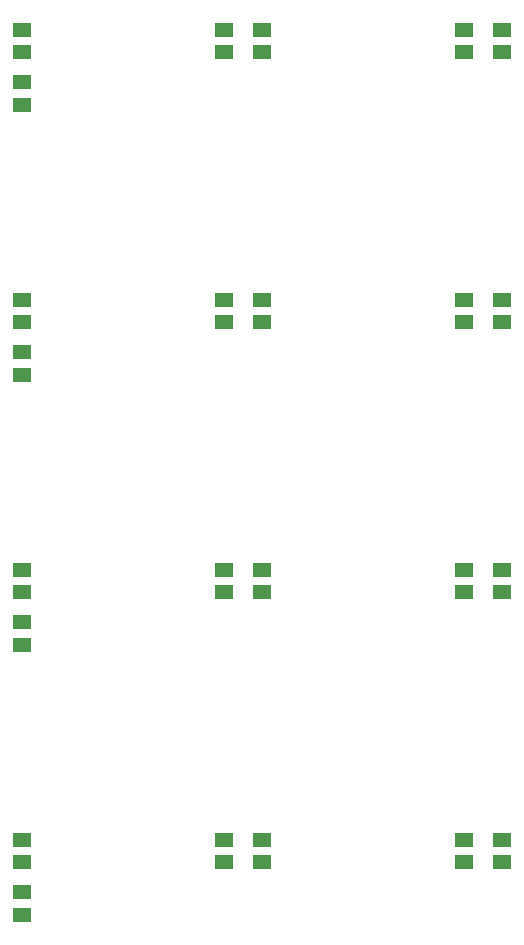
<source format=gbr>
%FSLAX34Y34*%
%MOMM*%
%LNSMDMASK_TOP*%
G71*
G01*
%ADD10R, 1.600X1.300*%
%LPD*%
X266700Y-133350D02*
G54D10*
D03*
X266700Y-152350D02*
G54D10*
D03*
X469900Y-133350D02*
G54D10*
D03*
X469900Y-152350D02*
G54D10*
D03*
X673100Y-133350D02*
G54D10*
D03*
X673100Y-152350D02*
G54D10*
D03*
X266700Y-177850D02*
G54D10*
D03*
X266700Y-196850D02*
G54D10*
D03*
X438150Y-133350D02*
G54D10*
D03*
X438150Y-152350D02*
G54D10*
D03*
X641350Y-133350D02*
G54D10*
D03*
X641350Y-152350D02*
G54D10*
D03*
X266700Y-196850D02*
G54D10*
D03*
X438150Y-133350D02*
G54D10*
D03*
X641350Y-133350D02*
G54D10*
D03*
X266700Y-361950D02*
G54D10*
D03*
X266700Y-380950D02*
G54D10*
D03*
X469900Y-361950D02*
G54D10*
D03*
X469900Y-380950D02*
G54D10*
D03*
X673100Y-361950D02*
G54D10*
D03*
X673100Y-380950D02*
G54D10*
D03*
X266700Y-406450D02*
G54D10*
D03*
X266700Y-425450D02*
G54D10*
D03*
X438150Y-361950D02*
G54D10*
D03*
X438150Y-380950D02*
G54D10*
D03*
X641350Y-361950D02*
G54D10*
D03*
X641350Y-380950D02*
G54D10*
D03*
X266700Y-425450D02*
G54D10*
D03*
X438150Y-361950D02*
G54D10*
D03*
X641350Y-361950D02*
G54D10*
D03*
X266700Y-590550D02*
G54D10*
D03*
X266700Y-609550D02*
G54D10*
D03*
X469900Y-590550D02*
G54D10*
D03*
X469900Y-609550D02*
G54D10*
D03*
X673100Y-590550D02*
G54D10*
D03*
X673100Y-609550D02*
G54D10*
D03*
X266700Y-635050D02*
G54D10*
D03*
X266700Y-654050D02*
G54D10*
D03*
X438150Y-590550D02*
G54D10*
D03*
X438150Y-609550D02*
G54D10*
D03*
X641350Y-590550D02*
G54D10*
D03*
X641350Y-609550D02*
G54D10*
D03*
X266700Y-654050D02*
G54D10*
D03*
X438150Y-590550D02*
G54D10*
D03*
X641350Y-590550D02*
G54D10*
D03*
X266700Y-819150D02*
G54D10*
D03*
X266700Y-838150D02*
G54D10*
D03*
X469900Y-819150D02*
G54D10*
D03*
X469900Y-838150D02*
G54D10*
D03*
X673100Y-819150D02*
G54D10*
D03*
X673100Y-838150D02*
G54D10*
D03*
X266700Y-863650D02*
G54D10*
D03*
X266700Y-882650D02*
G54D10*
D03*
X438150Y-819150D02*
G54D10*
D03*
X438150Y-838150D02*
G54D10*
D03*
X641350Y-819150D02*
G54D10*
D03*
X641350Y-838150D02*
G54D10*
D03*
X266700Y-882650D02*
G54D10*
D03*
X438150Y-819150D02*
G54D10*
D03*
X641350Y-819150D02*
G54D10*
D03*
M02*

</source>
